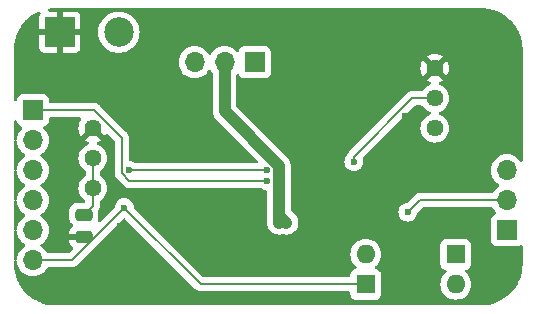
<source format=gbr>
%TF.GenerationSoftware,KiCad,Pcbnew,7.0.11+dfsg-1build4*%
%TF.CreationDate,2024-08-04T00:39:12+02:00*%
%TF.ProjectId,SmallESC,536d616c-6c45-4534-932e-6b696361645f,rev?*%
%TF.SameCoordinates,Original*%
%TF.FileFunction,Copper,L4,Bot*%
%TF.FilePolarity,Positive*%
%FSLAX46Y46*%
G04 Gerber Fmt 4.6, Leading zero omitted, Abs format (unit mm)*
G04 Created by KiCad (PCBNEW 7.0.11+dfsg-1build4) date 2024-08-04 00:39:12*
%MOMM*%
%LPD*%
G01*
G04 APERTURE LIST*
G04 Aperture macros list*
%AMRoundRect*
0 Rectangle with rounded corners*
0 $1 Rounding radius*
0 $2 $3 $4 $5 $6 $7 $8 $9 X,Y pos of 4 corners*
0 Add a 4 corners polygon primitive as box body*
4,1,4,$2,$3,$4,$5,$6,$7,$8,$9,$2,$3,0*
0 Add four circle primitives for the rounded corners*
1,1,$1+$1,$2,$3*
1,1,$1+$1,$4,$5*
1,1,$1+$1,$6,$7*
1,1,$1+$1,$8,$9*
0 Add four rect primitives between the rounded corners*
20,1,$1+$1,$2,$3,$4,$5,0*
20,1,$1+$1,$4,$5,$6,$7,0*
20,1,$1+$1,$6,$7,$8,$9,0*
20,1,$1+$1,$8,$9,$2,$3,0*%
G04 Aperture macros list end*
%TA.AperFunction,ComponentPad*%
%ADD10R,2.500000X2.500000*%
%TD*%
%TA.AperFunction,ComponentPad*%
%ADD11C,2.500000*%
%TD*%
%TA.AperFunction,ComponentPad*%
%ADD12R,1.600000X1.600000*%
%TD*%
%TA.AperFunction,ComponentPad*%
%ADD13O,1.600000X1.600000*%
%TD*%
%TA.AperFunction,ComponentPad*%
%ADD14C,1.440000*%
%TD*%
%TA.AperFunction,ComponentPad*%
%ADD15R,1.700000X1.700000*%
%TD*%
%TA.AperFunction,ComponentPad*%
%ADD16O,1.700000X1.700000*%
%TD*%
%TA.AperFunction,SMDPad,CuDef*%
%ADD17RoundRect,0.250000X-0.475000X0.250000X-0.475000X-0.250000X0.475000X-0.250000X0.475000X0.250000X0*%
%TD*%
%TA.AperFunction,ViaPad*%
%ADD18C,0.600000*%
%TD*%
%TA.AperFunction,Conductor*%
%ADD19C,0.200000*%
%TD*%
%TA.AperFunction,Conductor*%
%ADD20C,1.000000*%
%TD*%
G04 APERTURE END LIST*
D10*
%TO.P,J1,1,Pin_1*%
%TO.N,GND*%
X53086000Y-51816000D03*
D11*
%TO.P,J1,2,Pin_2*%
%TO.N,VDC*%
X58086000Y-51816000D03*
%TD*%
D12*
%TO.P,D2,1,K*%
%TO.N,Net-(D2-K)*%
X86614000Y-70612000D03*
D13*
%TO.P,D2,2,A*%
%TO.N,VDC*%
X78994000Y-70612000D03*
%TD*%
D14*
%TO.P,RV2,1,1*%
%TO.N,GND*%
X84836000Y-54864000D03*
%TO.P,RV2,2,2*%
%TO.N,Net-(U1-RCOFF)*%
X84836000Y-57404000D03*
%TO.P,RV2,3,3*%
X84836000Y-59944000D03*
%TD*%
D15*
%TO.P,J4,1,Pin_1*%
%TO.N,/H3*%
X90932000Y-68580000D03*
D16*
%TO.P,J4,2,Pin_2*%
%TO.N,/H2*%
X90932000Y-66040000D03*
%TO.P,J4,3,Pin_3*%
%TO.N,/H1*%
X90932000Y-63500000D03*
%TD*%
D14*
%TO.P,RV1,1,1*%
%TO.N,GND*%
X55880000Y-59944000D03*
%TO.P,RV1,2,2*%
%TO.N,Net-(U1-RCPULSE)*%
X55880000Y-62484000D03*
%TO.P,RV1,3,3*%
X55880000Y-65024000D03*
%TD*%
D15*
%TO.P,J2,1,Pin_1*%
%TO.N,/Motor1*%
X69581000Y-54356000D03*
D16*
%TO.P,J2,2,Pin_2*%
%TO.N,/Motor2*%
X67041000Y-54356000D03*
%TO.P,J2,3,Pin_3*%
%TO.N,/Motor3*%
X64501000Y-54356000D03*
%TD*%
D15*
%TO.P,J3,1,Pin_1*%
%TO.N,/DIAG*%
X50800000Y-58420000D03*
D16*
%TO.P,J3,2,Pin_2*%
%TO.N,/DIR*%
X50800000Y-60960000D03*
%TO.P,J3,3,Pin_3*%
%TO.N,/ENABLE*%
X50800000Y-63500000D03*
%TO.P,J3,4,Pin_4*%
%TO.N,/SPEED*%
X50800000Y-66040000D03*
%TO.P,J3,5,Pin_5*%
%TO.N,/BRAKE*%
X50800000Y-68580000D03*
%TO.P,J3,6,Pin_6*%
%TO.N,/VBOOT*%
X50800000Y-71120000D03*
%TD*%
D17*
%TO.P,C2,1*%
%TO.N,Net-(U1-RCPULSE)*%
X55118000Y-67249000D03*
%TO.P,C2,2*%
%TO.N,GND*%
X55118000Y-69149000D03*
%TD*%
D12*
%TO.P,D3,1,K*%
%TO.N,/VBOOT*%
X78994000Y-73152000D03*
D13*
%TO.P,D3,2,A*%
%TO.N,Net-(D2-K)*%
X86614000Y-73152000D03*
%TD*%
D18*
%TO.N,GND*%
X52832000Y-67818000D03*
X82423000Y-69723000D03*
X86868000Y-63754000D03*
X87757000Y-61468000D03*
X83185000Y-62103000D03*
X86487000Y-57404000D03*
X91821000Y-56134000D03*
X81661000Y-54737000D03*
X77216000Y-54483000D03*
X73406000Y-54356000D03*
X77851000Y-59309000D03*
X73279000Y-58293000D03*
X68453000Y-50165000D03*
X85344000Y-50165000D03*
X64008000Y-50165000D03*
X76327000Y-50165000D03*
X80518000Y-50165000D03*
X90959027Y-50939452D03*
X72644000Y-50165000D03*
X88773000Y-50165000D03*
X60198000Y-50292000D03*
X56007000Y-50292000D03*
X54229000Y-54102000D03*
X53086000Y-54102000D03*
X51816000Y-53975000D03*
X49657000Y-53213000D03*
X50423422Y-51035001D03*
X49530000Y-56515000D03*
X53975000Y-62230000D03*
X52959000Y-65532000D03*
X58166000Y-68199000D03*
X62992000Y-69088000D03*
X80772000Y-71247000D03*
X88646000Y-70104000D03*
X69723000Y-66040000D03*
X64262000Y-65913000D03*
X69596000Y-57404000D03*
X64262000Y-57531000D03*
X64389000Y-70866000D03*
X69342000Y-71882000D03*
X71628000Y-69469000D03*
X75692000Y-69723000D03*
X75438000Y-67310000D03*
X88138000Y-68072000D03*
X89535000Y-64643000D03*
X91948000Y-61595000D03*
X91821000Y-70485000D03*
X91047446Y-73686131D03*
X88646000Y-74549000D03*
X85217000Y-74549000D03*
X80391000Y-74549000D03*
X76200000Y-74549000D03*
X72517000Y-74549000D03*
X68326000Y-74549000D03*
X63881000Y-74549000D03*
X58801000Y-74549000D03*
X53975000Y-74549000D03*
X50270646Y-73512732D03*
X56515000Y-71120000D03*
X82296000Y-58928000D03*
X82296000Y-62865000D03*
X82296000Y-60960000D03*
%TO.N,/DIAG*%
X70612000Y-64389000D03*
%TO.N,/VBOOT*%
X58547000Y-66675000D03*
%TO.N,/H2*%
X82558000Y-67048000D03*
%TO.N,Net-(U1-RCOFF)*%
X77978000Y-62780000D03*
%TO.N,/Motor2*%
X72263000Y-67945000D03*
X71628000Y-67945000D03*
%TO.N,/SENSEA*%
X70612000Y-63500000D03*
X58928000Y-63500000D03*
%TD*%
D19*
%TO.N,Net-(U1-RCOFF)*%
X84836000Y-57404000D02*
X82931000Y-57404000D01*
X82931000Y-57404000D02*
X77978000Y-62357000D01*
X77978000Y-62357000D02*
X77978000Y-62780000D01*
%TO.N,Net-(U1-RCPULSE)*%
X55880000Y-65024000D02*
X55880000Y-62484000D01*
X55118000Y-67249000D02*
X55880000Y-66487000D01*
X55880000Y-66487000D02*
X55880000Y-65024000D01*
%TO.N,/DIAG*%
X58968471Y-64389000D02*
X70612000Y-64389000D01*
X58328000Y-63748529D02*
X58968471Y-64389000D01*
X58328000Y-60741000D02*
X58328000Y-63748529D01*
X56007000Y-58420000D02*
X58328000Y-60741000D01*
X50800000Y-58420000D02*
X56007000Y-58420000D01*
%TO.N,/VBOOT*%
X50800000Y-71120000D02*
X54102000Y-71120000D01*
X54102000Y-71120000D02*
X58547000Y-66675000D01*
X65024000Y-73152000D02*
X58547000Y-66675000D01*
X78994000Y-73152000D02*
X65024000Y-73152000D01*
%TO.N,/H2*%
X82558000Y-67048000D02*
X83566000Y-66040000D01*
X83566000Y-66040000D02*
X90932000Y-66040000D01*
D20*
%TO.N,/Motor2*%
X71628000Y-67437000D02*
X71628000Y-67945000D01*
X71628000Y-63101786D02*
X71628000Y-67437000D01*
X71628000Y-67437000D02*
X71755000Y-67437000D01*
X71755000Y-67437000D02*
X72263000Y-67945000D01*
X67041000Y-54356000D02*
X67041000Y-58514786D01*
X67041000Y-58514786D02*
X71628000Y-63101786D01*
D19*
%TO.N,/SENSEA*%
X58928000Y-63500000D02*
X70612000Y-63500000D01*
%TD*%
%TA.AperFunction,Conductor*%
%TO.N,GND*%
G36*
X88776532Y-49776648D02*
G01*
X89110429Y-49793052D01*
X89122537Y-49794245D01*
X89225646Y-49809539D01*
X89450199Y-49842849D01*
X89462117Y-49845219D01*
X89783451Y-49925709D01*
X89795088Y-49929240D01*
X89866306Y-49954722D01*
X90106967Y-50040832D01*
X90118188Y-50045479D01*
X90417663Y-50187120D01*
X90428371Y-50192844D01*
X90712488Y-50363137D01*
X90722606Y-50369897D01*
X90988670Y-50567224D01*
X90998076Y-50574944D01*
X91243513Y-50797395D01*
X91252104Y-50805986D01*
X91439255Y-51012475D01*
X91474555Y-51051423D01*
X91482275Y-51060829D01*
X91679602Y-51326893D01*
X91686362Y-51337011D01*
X91823612Y-51566000D01*
X91856648Y-51621116D01*
X91862383Y-51631844D01*
X91949482Y-51816000D01*
X92004014Y-51931297D01*
X92008670Y-51942540D01*
X92120259Y-52254411D01*
X92123792Y-52266055D01*
X92204277Y-52587369D01*
X92206651Y-52599305D01*
X92255254Y-52926962D01*
X92256447Y-52939071D01*
X92272851Y-53272966D01*
X92273000Y-53279051D01*
X92273000Y-62667343D01*
X92253315Y-62734382D01*
X92200511Y-62780137D01*
X92131353Y-62790081D01*
X92067797Y-62761056D01*
X92047425Y-62738466D01*
X91970494Y-62628597D01*
X91803402Y-62461506D01*
X91803395Y-62461501D01*
X91609834Y-62325967D01*
X91609830Y-62325965D01*
X91609828Y-62325964D01*
X91395663Y-62226097D01*
X91395659Y-62226096D01*
X91395655Y-62226094D01*
X91167413Y-62164938D01*
X91167403Y-62164936D01*
X90932001Y-62144341D01*
X90931999Y-62144341D01*
X90696596Y-62164936D01*
X90696586Y-62164938D01*
X90468344Y-62226094D01*
X90468335Y-62226098D01*
X90254171Y-62325964D01*
X90254169Y-62325965D01*
X90060597Y-62461505D01*
X89893505Y-62628597D01*
X89757965Y-62822169D01*
X89757964Y-62822171D01*
X89658098Y-63036335D01*
X89658094Y-63036344D01*
X89596938Y-63264586D01*
X89596936Y-63264596D01*
X89576341Y-63499999D01*
X89576341Y-63500000D01*
X89596936Y-63735403D01*
X89596938Y-63735413D01*
X89658094Y-63963655D01*
X89658096Y-63963659D01*
X89658097Y-63963663D01*
X89698995Y-64051368D01*
X89757965Y-64177830D01*
X89757967Y-64177834D01*
X89866281Y-64332521D01*
X89893501Y-64371396D01*
X89893506Y-64371402D01*
X90060597Y-64538493D01*
X90060603Y-64538498D01*
X90246158Y-64668425D01*
X90289783Y-64723002D01*
X90296977Y-64792500D01*
X90265454Y-64854855D01*
X90246158Y-64871575D01*
X90060597Y-65001505D01*
X89893506Y-65168596D01*
X89757965Y-65362170D01*
X89757962Y-65362175D01*
X89755289Y-65367909D01*
X89709115Y-65420346D01*
X89642909Y-65439500D01*
X83613487Y-65439500D01*
X83597302Y-65438439D01*
X83566000Y-65434318D01*
X83565999Y-65434318D01*
X83429549Y-65452281D01*
X83429549Y-65452282D01*
X83409238Y-65454956D01*
X83409237Y-65454956D01*
X83263157Y-65515464D01*
X83137718Y-65611716D01*
X83118489Y-65636775D01*
X83107798Y-65648965D01*
X82539465Y-66217298D01*
X82478142Y-66250783D01*
X82465668Y-66252837D01*
X82378750Y-66262630D01*
X82208478Y-66322210D01*
X82055737Y-66418184D01*
X81928184Y-66545737D01*
X81832211Y-66698476D01*
X81772631Y-66868745D01*
X81772630Y-66868750D01*
X81752435Y-67047996D01*
X81752435Y-67048003D01*
X81772630Y-67227249D01*
X81772631Y-67227254D01*
X81832211Y-67397523D01*
X81911830Y-67524235D01*
X81928184Y-67550262D01*
X82055738Y-67677816D01*
X82208478Y-67773789D01*
X82335786Y-67818336D01*
X82378745Y-67833368D01*
X82378750Y-67833369D01*
X82557996Y-67853565D01*
X82558000Y-67853565D01*
X82558004Y-67853565D01*
X82737249Y-67833369D01*
X82737252Y-67833368D01*
X82737255Y-67833368D01*
X82907522Y-67773789D01*
X83060262Y-67677816D01*
X83187816Y-67550262D01*
X83283789Y-67397522D01*
X83343368Y-67227255D01*
X83353161Y-67140329D01*
X83380226Y-67075918D01*
X83388690Y-67066543D01*
X83778416Y-66676819D01*
X83839739Y-66643334D01*
X83866097Y-66640500D01*
X89642909Y-66640500D01*
X89709948Y-66660185D01*
X89755292Y-66712097D01*
X89757965Y-66717830D01*
X89893501Y-66911396D01*
X89893506Y-66911402D01*
X90015430Y-67033326D01*
X90048915Y-67094649D01*
X90043931Y-67164341D01*
X90002059Y-67220274D01*
X89971083Y-67237189D01*
X89839669Y-67286203D01*
X89839664Y-67286206D01*
X89724455Y-67372452D01*
X89724452Y-67372455D01*
X89638206Y-67487664D01*
X89638202Y-67487671D01*
X89587908Y-67622517D01*
X89581501Y-67682116D01*
X89581500Y-67682135D01*
X89581500Y-69477870D01*
X89581501Y-69477876D01*
X89587908Y-69537483D01*
X89638202Y-69672328D01*
X89638206Y-69672335D01*
X89724452Y-69787544D01*
X89724455Y-69787547D01*
X89839664Y-69873793D01*
X89839671Y-69873797D01*
X89974517Y-69924091D01*
X89974516Y-69924091D01*
X89981444Y-69924835D01*
X90034127Y-69930500D01*
X91829872Y-69930499D01*
X91889483Y-69924091D01*
X92024331Y-69873796D01*
X92074689Y-69836097D01*
X92140152Y-69811680D01*
X92208425Y-69826531D01*
X92257831Y-69875935D01*
X92273000Y-69935364D01*
X92273000Y-71434948D01*
X92272851Y-71441033D01*
X92256447Y-71774928D01*
X92255254Y-71787037D01*
X92206651Y-72114694D01*
X92204277Y-72126630D01*
X92123792Y-72447944D01*
X92120259Y-72459588D01*
X92008670Y-72771459D01*
X92004014Y-72782702D01*
X91862385Y-73082151D01*
X91856648Y-73092883D01*
X91686362Y-73376988D01*
X91679602Y-73387106D01*
X91482275Y-73653170D01*
X91474555Y-73662576D01*
X91252111Y-73908006D01*
X91243506Y-73916611D01*
X90998076Y-74139055D01*
X90988670Y-74146775D01*
X90722606Y-74344102D01*
X90712488Y-74350862D01*
X90428383Y-74521148D01*
X90417651Y-74526885D01*
X90118202Y-74668514D01*
X90106959Y-74673170D01*
X89795088Y-74784759D01*
X89783444Y-74788292D01*
X89462130Y-74868777D01*
X89450194Y-74871151D01*
X89122537Y-74919754D01*
X89110428Y-74920947D01*
X88795489Y-74936419D01*
X88776531Y-74937351D01*
X88770449Y-74937500D01*
X52707551Y-74937500D01*
X52701468Y-74937351D01*
X52681400Y-74936365D01*
X52367571Y-74920947D01*
X52355462Y-74919754D01*
X52027805Y-74871151D01*
X52015869Y-74868777D01*
X51694555Y-74788292D01*
X51682911Y-74784759D01*
X51371040Y-74673170D01*
X51359801Y-74668515D01*
X51060344Y-74526883D01*
X51049621Y-74521150D01*
X50846998Y-74399703D01*
X50765511Y-74350862D01*
X50755393Y-74344102D01*
X50489329Y-74146775D01*
X50479923Y-74139055D01*
X50392129Y-74059483D01*
X50234486Y-73916604D01*
X50225895Y-73908013D01*
X50003444Y-73662576D01*
X49995724Y-73653170D01*
X49955169Y-73598488D01*
X49798395Y-73387103D01*
X49791637Y-73376988D01*
X49621344Y-73092871D01*
X49615620Y-73082163D01*
X49473979Y-72782688D01*
X49469329Y-72771459D01*
X49445732Y-72705511D01*
X49371937Y-72499266D01*
X49357740Y-72459588D01*
X49354207Y-72447944D01*
X49340671Y-72393905D01*
X49273719Y-72126617D01*
X49271348Y-72114694D01*
X49253059Y-71991402D01*
X49233258Y-71857908D01*
X49222745Y-71787037D01*
X49221552Y-71774927D01*
X49205149Y-71441032D01*
X49205000Y-71434948D01*
X49205000Y-71224383D01*
X49224685Y-71157344D01*
X49269402Y-71118596D01*
X49239938Y-71101895D01*
X49207431Y-71040048D01*
X49205000Y-71015616D01*
X49205000Y-68684383D01*
X49224685Y-68617344D01*
X49269402Y-68578596D01*
X49239938Y-68561895D01*
X49207431Y-68500048D01*
X49205000Y-68475616D01*
X49205000Y-66144383D01*
X49224685Y-66077344D01*
X49269402Y-66038596D01*
X49239938Y-66021895D01*
X49207431Y-65960048D01*
X49205000Y-65935616D01*
X49205000Y-63604383D01*
X49224685Y-63537344D01*
X49269402Y-63498596D01*
X49239938Y-63481895D01*
X49207431Y-63420048D01*
X49205000Y-63395616D01*
X49205000Y-61064383D01*
X49224685Y-60997344D01*
X49269402Y-60958596D01*
X49239938Y-60941895D01*
X49207431Y-60880048D01*
X49205000Y-60855616D01*
X49205000Y-59357071D01*
X49224685Y-59290032D01*
X49277489Y-59244277D01*
X49346647Y-59234333D01*
X49410203Y-59263358D01*
X49447977Y-59322136D01*
X49452290Y-59343818D01*
X49455908Y-59377483D01*
X49506202Y-59512328D01*
X49506206Y-59512335D01*
X49592452Y-59627544D01*
X49592455Y-59627547D01*
X49707664Y-59713793D01*
X49707671Y-59713797D01*
X49839081Y-59762810D01*
X49895015Y-59804681D01*
X49919432Y-59870145D01*
X49904580Y-59938418D01*
X49883430Y-59966673D01*
X49761503Y-60088600D01*
X49625965Y-60282169D01*
X49625964Y-60282171D01*
X49526098Y-60496335D01*
X49526094Y-60496344D01*
X49464938Y-60724586D01*
X49464936Y-60724596D01*
X49452528Y-60866424D01*
X49427075Y-60931492D01*
X49387370Y-60960242D01*
X49410203Y-60970670D01*
X49447977Y-61029448D01*
X49452528Y-61053575D01*
X49464936Y-61195403D01*
X49464938Y-61195413D01*
X49526094Y-61423655D01*
X49526096Y-61423659D01*
X49526097Y-61423663D01*
X49582897Y-61545471D01*
X49625965Y-61637830D01*
X49625967Y-61637834D01*
X49761501Y-61831395D01*
X49761506Y-61831402D01*
X49928597Y-61998493D01*
X49928603Y-61998498D01*
X50114158Y-62128425D01*
X50157783Y-62183002D01*
X50164977Y-62252500D01*
X50133454Y-62314855D01*
X50114158Y-62331575D01*
X49928597Y-62461505D01*
X49761505Y-62628597D01*
X49625965Y-62822169D01*
X49625964Y-62822171D01*
X49526098Y-63036335D01*
X49526094Y-63036344D01*
X49464938Y-63264586D01*
X49464936Y-63264596D01*
X49452528Y-63406424D01*
X49427075Y-63471492D01*
X49387370Y-63500242D01*
X49410203Y-63510670D01*
X49447977Y-63569448D01*
X49452528Y-63593575D01*
X49464936Y-63735403D01*
X49464938Y-63735413D01*
X49526094Y-63963655D01*
X49526096Y-63963659D01*
X49526097Y-63963663D01*
X49566995Y-64051368D01*
X49625965Y-64177830D01*
X49625967Y-64177834D01*
X49734281Y-64332521D01*
X49761501Y-64371396D01*
X49761506Y-64371402D01*
X49928597Y-64538493D01*
X49928603Y-64538498D01*
X50114158Y-64668425D01*
X50157783Y-64723002D01*
X50164977Y-64792500D01*
X50133454Y-64854855D01*
X50114158Y-64871575D01*
X49928597Y-65001505D01*
X49761505Y-65168597D01*
X49625965Y-65362169D01*
X49625964Y-65362171D01*
X49526098Y-65576335D01*
X49526094Y-65576344D01*
X49464938Y-65804586D01*
X49464936Y-65804596D01*
X49452528Y-65946424D01*
X49427075Y-66011492D01*
X49387370Y-66040242D01*
X49410203Y-66050670D01*
X49447977Y-66109448D01*
X49452528Y-66133575D01*
X49464936Y-66275403D01*
X49464938Y-66275413D01*
X49526094Y-66503655D01*
X49526096Y-66503659D01*
X49526097Y-66503663D01*
X49591428Y-66643765D01*
X49625965Y-66717830D01*
X49625967Y-66717834D01*
X49724851Y-66859054D01*
X49761501Y-66911396D01*
X49761506Y-66911402D01*
X49928597Y-67078493D01*
X49928603Y-67078498D01*
X50114158Y-67208425D01*
X50157783Y-67263002D01*
X50164977Y-67332500D01*
X50133454Y-67394855D01*
X50114158Y-67411575D01*
X49928597Y-67541505D01*
X49761505Y-67708597D01*
X49625965Y-67902169D01*
X49625964Y-67902171D01*
X49526098Y-68116335D01*
X49526094Y-68116344D01*
X49464938Y-68344586D01*
X49464936Y-68344596D01*
X49452528Y-68486424D01*
X49427075Y-68551492D01*
X49387370Y-68580242D01*
X49410203Y-68590670D01*
X49447977Y-68649448D01*
X49452528Y-68673575D01*
X49464936Y-68815403D01*
X49464938Y-68815413D01*
X49526094Y-69043655D01*
X49526096Y-69043659D01*
X49526097Y-69043663D01*
X49557348Y-69110681D01*
X49625965Y-69257830D01*
X49625967Y-69257834D01*
X49761501Y-69451395D01*
X49761506Y-69451402D01*
X49928597Y-69618493D01*
X49928603Y-69618498D01*
X50114158Y-69748425D01*
X50157783Y-69803002D01*
X50164977Y-69872500D01*
X50133454Y-69934855D01*
X50114158Y-69951575D01*
X49928597Y-70081505D01*
X49761505Y-70248597D01*
X49625965Y-70442169D01*
X49625964Y-70442171D01*
X49526098Y-70656335D01*
X49526094Y-70656344D01*
X49464938Y-70884586D01*
X49464936Y-70884596D01*
X49452528Y-71026424D01*
X49427075Y-71091492D01*
X49387370Y-71120242D01*
X49410203Y-71130670D01*
X49447977Y-71189448D01*
X49452528Y-71213575D01*
X49464936Y-71355403D01*
X49464938Y-71355413D01*
X49526094Y-71583655D01*
X49526096Y-71583659D01*
X49526097Y-71583663D01*
X49590400Y-71721561D01*
X49625965Y-71797830D01*
X49625967Y-71797834D01*
X49701769Y-71906089D01*
X49761505Y-71991401D01*
X49928599Y-72158495D01*
X50025384Y-72226265D01*
X50122165Y-72294032D01*
X50122167Y-72294033D01*
X50122170Y-72294035D01*
X50336337Y-72393903D01*
X50564592Y-72455063D01*
X50752918Y-72471539D01*
X50799999Y-72475659D01*
X50800000Y-72475659D01*
X50800001Y-72475659D01*
X50839234Y-72472226D01*
X51035408Y-72455063D01*
X51263663Y-72393903D01*
X51477830Y-72294035D01*
X51671401Y-72158495D01*
X51838495Y-71991401D01*
X51974035Y-71797830D01*
X51976707Y-71792097D01*
X52022878Y-71739658D01*
X52089091Y-71720500D01*
X54054513Y-71720500D01*
X54070697Y-71721560D01*
X54102000Y-71725682D01*
X54102001Y-71725682D01*
X54154254Y-71718802D01*
X54258762Y-71705044D01*
X54341132Y-71670925D01*
X54404840Y-71644537D01*
X54404843Y-71644535D01*
X54417922Y-71634498D01*
X54417925Y-71634496D01*
X54530282Y-71548282D01*
X54549510Y-71523222D01*
X54560189Y-71511044D01*
X58459322Y-67611912D01*
X58520641Y-67578430D01*
X58590333Y-67583414D01*
X58634680Y-67611915D01*
X64565799Y-73543034D01*
X64576493Y-73555228D01*
X64595715Y-73580279D01*
X64595716Y-73580280D01*
X64595718Y-73580282D01*
X64697079Y-73658059D01*
X64721159Y-73676536D01*
X64867238Y-73737044D01*
X64945619Y-73747363D01*
X65023999Y-73757682D01*
X65024000Y-73757682D01*
X65055302Y-73753560D01*
X65071487Y-73752500D01*
X77569501Y-73752500D01*
X77636540Y-73772185D01*
X77682295Y-73824989D01*
X77693501Y-73876500D01*
X77693501Y-73999876D01*
X77699908Y-74059483D01*
X77750202Y-74194328D01*
X77750206Y-74194335D01*
X77836452Y-74309544D01*
X77836455Y-74309547D01*
X77951664Y-74395793D01*
X77951671Y-74395797D01*
X78086517Y-74446091D01*
X78086516Y-74446091D01*
X78093444Y-74446835D01*
X78146127Y-74452500D01*
X79841872Y-74452499D01*
X79901483Y-74446091D01*
X80036331Y-74395796D01*
X80151546Y-74309546D01*
X80237796Y-74194331D01*
X80288091Y-74059483D01*
X80294500Y-73999873D01*
X80294500Y-73152001D01*
X85308532Y-73152001D01*
X85328364Y-73378686D01*
X85328366Y-73378697D01*
X85387258Y-73598488D01*
X85387261Y-73598497D01*
X85483431Y-73804732D01*
X85483432Y-73804734D01*
X85613954Y-73991141D01*
X85774858Y-74152045D01*
X85774861Y-74152047D01*
X85961266Y-74282568D01*
X86167504Y-74378739D01*
X86387308Y-74437635D01*
X86549230Y-74451801D01*
X86613998Y-74457468D01*
X86614000Y-74457468D01*
X86614002Y-74457468D01*
X86670807Y-74452498D01*
X86840692Y-74437635D01*
X87060496Y-74378739D01*
X87266734Y-74282568D01*
X87453139Y-74152047D01*
X87614047Y-73991139D01*
X87744568Y-73804734D01*
X87840739Y-73598496D01*
X87899635Y-73378692D01*
X87919468Y-73152000D01*
X87899635Y-72925308D01*
X87840739Y-72705504D01*
X87744568Y-72499266D01*
X87614047Y-72312861D01*
X87614045Y-72312858D01*
X87453143Y-72151956D01*
X87428536Y-72134726D01*
X87384912Y-72080149D01*
X87377719Y-72010650D01*
X87409241Y-71948296D01*
X87469471Y-71912882D01*
X87486404Y-71909861D01*
X87521483Y-71906091D01*
X87656331Y-71855796D01*
X87771546Y-71769546D01*
X87857796Y-71654331D01*
X87908091Y-71519483D01*
X87914500Y-71459873D01*
X87914499Y-69764128D01*
X87908091Y-69704517D01*
X87896086Y-69672331D01*
X87857797Y-69569671D01*
X87857793Y-69569664D01*
X87771547Y-69454455D01*
X87771544Y-69454452D01*
X87656335Y-69368206D01*
X87656328Y-69368202D01*
X87521482Y-69317908D01*
X87521483Y-69317908D01*
X87461883Y-69311501D01*
X87461881Y-69311500D01*
X87461873Y-69311500D01*
X87461864Y-69311500D01*
X85766129Y-69311500D01*
X85766123Y-69311501D01*
X85706516Y-69317908D01*
X85571671Y-69368202D01*
X85571664Y-69368206D01*
X85456455Y-69454452D01*
X85456452Y-69454455D01*
X85370206Y-69569664D01*
X85370202Y-69569671D01*
X85319908Y-69704517D01*
X85315188Y-69748425D01*
X85313501Y-69764123D01*
X85313500Y-69764135D01*
X85313500Y-71459870D01*
X85313501Y-71459876D01*
X85319908Y-71519483D01*
X85370202Y-71654328D01*
X85370206Y-71654335D01*
X85456452Y-71769544D01*
X85456455Y-71769547D01*
X85571664Y-71855793D01*
X85571671Y-71855797D01*
X85577334Y-71857909D01*
X85706517Y-71906091D01*
X85741596Y-71909862D01*
X85806144Y-71936599D01*
X85845993Y-71993991D01*
X85848488Y-72063816D01*
X85812836Y-72123905D01*
X85799464Y-72134725D01*
X85774858Y-72151954D01*
X85613954Y-72312858D01*
X85483432Y-72499265D01*
X85483431Y-72499267D01*
X85387261Y-72705502D01*
X85387258Y-72705511D01*
X85328366Y-72925302D01*
X85328364Y-72925313D01*
X85308532Y-73151998D01*
X85308532Y-73152001D01*
X80294500Y-73152001D01*
X80294499Y-72304128D01*
X80288091Y-72244517D01*
X80253567Y-72151954D01*
X80237797Y-72109671D01*
X80237793Y-72109664D01*
X80151547Y-71994455D01*
X80151544Y-71994452D01*
X80036335Y-71908206D01*
X80036328Y-71908202D01*
X79901482Y-71857908D01*
X79901483Y-71857908D01*
X79866404Y-71854137D01*
X79801853Y-71827399D01*
X79762005Y-71770006D01*
X79759512Y-71700181D01*
X79795165Y-71640092D01*
X79808539Y-71629272D01*
X79833140Y-71612046D01*
X79994045Y-71451141D01*
X79994047Y-71451139D01*
X80124568Y-71264734D01*
X80220739Y-71058496D01*
X80279635Y-70838692D01*
X80299468Y-70612000D01*
X80279635Y-70385308D01*
X80220739Y-70165504D01*
X80124568Y-69959266D01*
X80004330Y-69787547D01*
X79994045Y-69772858D01*
X79833141Y-69611954D01*
X79646734Y-69481432D01*
X79646732Y-69481431D01*
X79440497Y-69385261D01*
X79440488Y-69385258D01*
X79220697Y-69326366D01*
X79220693Y-69326365D01*
X79220692Y-69326365D01*
X79220691Y-69326364D01*
X79220686Y-69326364D01*
X78994002Y-69306532D01*
X78993998Y-69306532D01*
X78767313Y-69326364D01*
X78767302Y-69326366D01*
X78547511Y-69385258D01*
X78547502Y-69385261D01*
X78341267Y-69481431D01*
X78341265Y-69481432D01*
X78154858Y-69611954D01*
X77993954Y-69772858D01*
X77863432Y-69959265D01*
X77863431Y-69959267D01*
X77767261Y-70165502D01*
X77767258Y-70165511D01*
X77708366Y-70385302D01*
X77708364Y-70385313D01*
X77688532Y-70611998D01*
X77688532Y-70612001D01*
X77708364Y-70838686D01*
X77708366Y-70838697D01*
X77767258Y-71058488D01*
X77767261Y-71058497D01*
X77863431Y-71264732D01*
X77863432Y-71264734D01*
X77993954Y-71451141D01*
X78154858Y-71612045D01*
X78179462Y-71629273D01*
X78223087Y-71683849D01*
X78230281Y-71753348D01*
X78198758Y-71815703D01*
X78138529Y-71851117D01*
X78121593Y-71854138D01*
X78086516Y-71857908D01*
X77951671Y-71908202D01*
X77951664Y-71908206D01*
X77836455Y-71994452D01*
X77836452Y-71994455D01*
X77750206Y-72109664D01*
X77750202Y-72109671D01*
X77699908Y-72244517D01*
X77694585Y-72294032D01*
X77693501Y-72304123D01*
X77693500Y-72304135D01*
X77693500Y-72427500D01*
X77673815Y-72494539D01*
X77621011Y-72540294D01*
X77569500Y-72551500D01*
X65324097Y-72551500D01*
X65257058Y-72531815D01*
X65236416Y-72515181D01*
X59377700Y-66656465D01*
X59344215Y-66595142D01*
X59342163Y-66582686D01*
X59332368Y-66495745D01*
X59272789Y-66325478D01*
X59176816Y-66172738D01*
X59049262Y-66045184D01*
X58995642Y-66011492D01*
X58896523Y-65949211D01*
X58726254Y-65889631D01*
X58726249Y-65889630D01*
X58547004Y-65869435D01*
X58546996Y-65869435D01*
X58367750Y-65889630D01*
X58367745Y-65889631D01*
X58197476Y-65949211D01*
X58044737Y-66045184D01*
X57917184Y-66172737D01*
X57821210Y-66325478D01*
X57761630Y-66495750D01*
X57751837Y-66582668D01*
X57724770Y-66647082D01*
X57716298Y-66656465D01*
X56510684Y-67862079D01*
X56449361Y-67895564D01*
X56379669Y-67890580D01*
X56323736Y-67848708D01*
X56299319Y-67783244D01*
X56305296Y-67735397D01*
X56332999Y-67651797D01*
X56343500Y-67549009D01*
X56343499Y-66948992D01*
X56341328Y-66927744D01*
X56354096Y-66859054D01*
X56366309Y-66839658D01*
X56404536Y-66789841D01*
X56465044Y-66643762D01*
X56480500Y-66526361D01*
X56485682Y-66487000D01*
X56481561Y-66455697D01*
X56480500Y-66439512D01*
X56480500Y-66158031D01*
X56500185Y-66090992D01*
X56533377Y-66056456D01*
X56597592Y-66011492D01*
X56667519Y-65962529D01*
X56818529Y-65811519D01*
X56941021Y-65636581D01*
X57031276Y-65443030D01*
X57086549Y-65236747D01*
X57105162Y-65024000D01*
X57104708Y-65018816D01*
X57099844Y-64963215D01*
X57086549Y-64811253D01*
X57031276Y-64604970D01*
X56941021Y-64411419D01*
X56818529Y-64236481D01*
X56818527Y-64236478D01*
X56667521Y-64085472D01*
X56533377Y-63991544D01*
X56489752Y-63936967D01*
X56480500Y-63889969D01*
X56480500Y-63618031D01*
X56500185Y-63550992D01*
X56533377Y-63516456D01*
X56597592Y-63471492D01*
X56667519Y-63422529D01*
X56818529Y-63271519D01*
X56941021Y-63096581D01*
X57031276Y-62903030D01*
X57086549Y-62696747D01*
X57105162Y-62484000D01*
X57086549Y-62271253D01*
X57031276Y-62064970D01*
X56941021Y-61871419D01*
X56818529Y-61696481D01*
X56818527Y-61696478D01*
X56667521Y-61545472D01*
X56492578Y-61422977D01*
X56492579Y-61422977D01*
X56363547Y-61362809D01*
X56299030Y-61332724D01*
X56299023Y-61332722D01*
X56293936Y-61330870D01*
X56294606Y-61329028D01*
X56242293Y-61297114D01*
X56211789Y-61234255D01*
X56220111Y-61164883D01*
X56264617Y-61111022D01*
X56294097Y-61097574D01*
X56293764Y-61096658D01*
X56298864Y-61094801D01*
X56492325Y-61004589D01*
X56548030Y-60965583D01*
X55924401Y-60341953D01*
X56005148Y-60329165D01*
X56118045Y-60271641D01*
X56207641Y-60182045D01*
X56265165Y-60069148D01*
X56277953Y-59988399D01*
X56901583Y-60612029D01*
X56940586Y-60556329D01*
X56978165Y-60475741D01*
X57024337Y-60423302D01*
X57091531Y-60404149D01*
X57158412Y-60424364D01*
X57178229Y-60440464D01*
X57691181Y-60953416D01*
X57724666Y-61014739D01*
X57727500Y-61041097D01*
X57727500Y-63701041D01*
X57726438Y-63717226D01*
X57722318Y-63748529D01*
X57740513Y-63886738D01*
X57742956Y-63905291D01*
X57767134Y-63963663D01*
X57803464Y-64051370D01*
X57899718Y-64176811D01*
X57899719Y-64176812D01*
X57924769Y-64196033D01*
X57936964Y-64206728D01*
X58510270Y-64780034D01*
X58520964Y-64792228D01*
X58540186Y-64817279D01*
X58540187Y-64817280D01*
X58540189Y-64817282D01*
X58590203Y-64855659D01*
X58665628Y-64913535D01*
X58665629Y-64913535D01*
X58665630Y-64913536D01*
X58811709Y-64974044D01*
X58890090Y-64984363D01*
X58968470Y-64994682D01*
X58968471Y-64994682D01*
X58999773Y-64990560D01*
X59015958Y-64989500D01*
X70029588Y-64989500D01*
X70096627Y-65009185D01*
X70106903Y-65016555D01*
X70109736Y-65018814D01*
X70109738Y-65018816D01*
X70262478Y-65114789D01*
X70416258Y-65168599D01*
X70432745Y-65174368D01*
X70432750Y-65174369D01*
X70489815Y-65180798D01*
X70517382Y-65183904D01*
X70581796Y-65210970D01*
X70621352Y-65268564D01*
X70627500Y-65307124D01*
X70627500Y-67408499D01*
X70627341Y-67414779D01*
X70623631Y-67487935D01*
X70623631Y-67487936D01*
X70626070Y-67503857D01*
X70627500Y-67522633D01*
X70627500Y-67995743D01*
X70642925Y-68147439D01*
X70703837Y-68341579D01*
X70703844Y-68341594D01*
X70802589Y-68519499D01*
X70802592Y-68519504D01*
X70935132Y-68673893D01*
X70935134Y-68673895D01*
X71096037Y-68798445D01*
X71096038Y-68798445D01*
X71096042Y-68798448D01*
X71278729Y-68888060D01*
X71475715Y-68939063D01*
X71678936Y-68949369D01*
X71880071Y-68918556D01*
X71906661Y-68908707D01*
X71976361Y-68903883D01*
X71983833Y-68905771D01*
X72085582Y-68934886D01*
X72288476Y-68950336D01*
X72490327Y-68924630D01*
X72682872Y-68858816D01*
X72858227Y-68755590D01*
X73009213Y-68619179D01*
X73129649Y-68455167D01*
X73214605Y-68270268D01*
X73219425Y-68249500D01*
X73260602Y-68072053D01*
X73262535Y-67995743D01*
X73265756Y-67868636D01*
X73241875Y-67735394D01*
X73229859Y-67668350D01*
X73229857Y-67668345D01*
X73223247Y-67651797D01*
X73154377Y-67479383D01*
X73154372Y-67479376D01*
X73154370Y-67479371D01*
X73042403Y-67309482D01*
X73042400Y-67309478D01*
X72664819Y-66931897D01*
X72631334Y-66870574D01*
X72628500Y-66844216D01*
X72628500Y-63116063D01*
X72628540Y-63112921D01*
X72630757Y-63025427D01*
X72630756Y-63025426D01*
X72630757Y-63025423D01*
X72620350Y-62967360D01*
X72619041Y-62958028D01*
X72618853Y-62956182D01*
X72613074Y-62899348D01*
X72603962Y-62870310D01*
X72600225Y-62855081D01*
X72594858Y-62825134D01*
X72576831Y-62780003D01*
X77172435Y-62780003D01*
X77192630Y-62959249D01*
X77192631Y-62959254D01*
X77252211Y-63129523D01*
X77337077Y-63264586D01*
X77348184Y-63282262D01*
X77475738Y-63409816D01*
X77628478Y-63505789D01*
X77658963Y-63516456D01*
X77798745Y-63565368D01*
X77798750Y-63565369D01*
X77977996Y-63585565D01*
X77978000Y-63585565D01*
X77978004Y-63585565D01*
X78157249Y-63565369D01*
X78157252Y-63565368D01*
X78157255Y-63565368D01*
X78327522Y-63505789D01*
X78480262Y-63409816D01*
X78607816Y-63282262D01*
X78703789Y-63129522D01*
X78763368Y-62959255D01*
X78763369Y-62959249D01*
X78783565Y-62780003D01*
X78783565Y-62779996D01*
X78763369Y-62600753D01*
X78763368Y-62600746D01*
X78763368Y-62600745D01*
X78742473Y-62541033D01*
X78738911Y-62471257D01*
X78771832Y-62412401D01*
X83143416Y-58040819D01*
X83204739Y-58007334D01*
X83231097Y-58004500D01*
X83701969Y-58004500D01*
X83769008Y-58024185D01*
X83803544Y-58057377D01*
X83897472Y-58191521D01*
X84048478Y-58342527D01*
X84048481Y-58342529D01*
X84223419Y-58465021D01*
X84223421Y-58465022D01*
X84223420Y-58465022D01*
X84287936Y-58495106D01*
X84416970Y-58555276D01*
X84416983Y-58555279D01*
X84422064Y-58557130D01*
X84421292Y-58559250D01*
X84472710Y-58590594D01*
X84503237Y-58653442D01*
X84494939Y-58722817D01*
X84450452Y-58776693D01*
X84421685Y-58789830D01*
X84422064Y-58790870D01*
X84416972Y-58792723D01*
X84416970Y-58792724D01*
X84416968Y-58792725D01*
X84223421Y-58882977D01*
X84048478Y-59005472D01*
X83897472Y-59156478D01*
X83774977Y-59331421D01*
X83684725Y-59524968D01*
X83684721Y-59524977D01*
X83629452Y-59731247D01*
X83629450Y-59731258D01*
X83610838Y-59943998D01*
X83610838Y-59944001D01*
X83629450Y-60156741D01*
X83629452Y-60156752D01*
X83684721Y-60363022D01*
X83684723Y-60363026D01*
X83684724Y-60363030D01*
X83719759Y-60438163D01*
X83774977Y-60556578D01*
X83774978Y-60556580D01*
X83774979Y-60556581D01*
X83794345Y-60584239D01*
X83897472Y-60731521D01*
X84048478Y-60882527D01*
X84048481Y-60882529D01*
X84223419Y-61005021D01*
X84223421Y-61005022D01*
X84223420Y-61005022D01*
X84275802Y-61029448D01*
X84416970Y-61095276D01*
X84416976Y-61095277D01*
X84416977Y-61095278D01*
X84425546Y-61097574D01*
X84623253Y-61150549D01*
X84775215Y-61163844D01*
X84835998Y-61169162D01*
X84836000Y-61169162D01*
X84836002Y-61169162D01*
X84889186Y-61164508D01*
X85048747Y-61150549D01*
X85255030Y-61095276D01*
X85448581Y-61005021D01*
X85623519Y-60882529D01*
X85774529Y-60731519D01*
X85897021Y-60556581D01*
X85987276Y-60363030D01*
X86042549Y-60156747D01*
X86061162Y-59944000D01*
X86042549Y-59731253D01*
X85987276Y-59524970D01*
X85897021Y-59331419D01*
X85774529Y-59156481D01*
X85774527Y-59156478D01*
X85623521Y-59005472D01*
X85448578Y-58882977D01*
X85448579Y-58882977D01*
X85319547Y-58822809D01*
X85255030Y-58792724D01*
X85255023Y-58792722D01*
X85249936Y-58790870D01*
X85250709Y-58788746D01*
X85199305Y-58757424D01*
X85168766Y-58694581D01*
X85177050Y-58625204D01*
X85221528Y-58571320D01*
X85250315Y-58558172D01*
X85249936Y-58557130D01*
X85255013Y-58555280D01*
X85255030Y-58555276D01*
X85448581Y-58465021D01*
X85623519Y-58342529D01*
X85774529Y-58191519D01*
X85897021Y-58016581D01*
X85987276Y-57823030D01*
X86042549Y-57616747D01*
X86061162Y-57404000D01*
X86042549Y-57191253D01*
X85987276Y-56984970D01*
X85897021Y-56791419D01*
X85774529Y-56616481D01*
X85774527Y-56616478D01*
X85623521Y-56465472D01*
X85448578Y-56342977D01*
X85448579Y-56342977D01*
X85319547Y-56282809D01*
X85255030Y-56252724D01*
X85255023Y-56252722D01*
X85249936Y-56250870D01*
X85250606Y-56249028D01*
X85198293Y-56217114D01*
X85167789Y-56154255D01*
X85176111Y-56084883D01*
X85220617Y-56031022D01*
X85250097Y-56017574D01*
X85249764Y-56016658D01*
X85254864Y-56014801D01*
X85448325Y-55924589D01*
X85504030Y-55885583D01*
X84880401Y-55261953D01*
X84961148Y-55249165D01*
X85074045Y-55191641D01*
X85163641Y-55102045D01*
X85221165Y-54989148D01*
X85233953Y-54908400D01*
X85857583Y-55532029D01*
X85896589Y-55476325D01*
X85986801Y-55282864D01*
X85986805Y-55282853D01*
X86042054Y-55076662D01*
X86042055Y-55076654D01*
X86060660Y-54864002D01*
X86060660Y-54863997D01*
X86042055Y-54651345D01*
X86042054Y-54651337D01*
X85986805Y-54445146D01*
X85986802Y-54445140D01*
X85896586Y-54251669D01*
X85896582Y-54251663D01*
X85857584Y-54195968D01*
X85233953Y-54819599D01*
X85221165Y-54738852D01*
X85163641Y-54625955D01*
X85074045Y-54536359D01*
X84961148Y-54478835D01*
X84880400Y-54466046D01*
X85504030Y-53842415D01*
X85448329Y-53803413D01*
X85254859Y-53713197D01*
X85254853Y-53713194D01*
X85048662Y-53657945D01*
X85048654Y-53657944D01*
X84836002Y-53639340D01*
X84835998Y-53639340D01*
X84623345Y-53657944D01*
X84623337Y-53657945D01*
X84417146Y-53713194D01*
X84417140Y-53713197D01*
X84223671Y-53803412D01*
X84223669Y-53803413D01*
X84167969Y-53842415D01*
X84167968Y-53842415D01*
X84791600Y-54466046D01*
X84710852Y-54478835D01*
X84597955Y-54536359D01*
X84508359Y-54625955D01*
X84450835Y-54738852D01*
X84438046Y-54819599D01*
X83814415Y-54195968D01*
X83814415Y-54195969D01*
X83775413Y-54251669D01*
X83775412Y-54251671D01*
X83685197Y-54445140D01*
X83685194Y-54445146D01*
X83629945Y-54651337D01*
X83629944Y-54651345D01*
X83611340Y-54863997D01*
X83611340Y-54864002D01*
X83629944Y-55076654D01*
X83629945Y-55076662D01*
X83685194Y-55282853D01*
X83685197Y-55282859D01*
X83775413Y-55476329D01*
X83814415Y-55532030D01*
X84438046Y-54908399D01*
X84450835Y-54989148D01*
X84508359Y-55102045D01*
X84597955Y-55191641D01*
X84710852Y-55249165D01*
X84791599Y-55261953D01*
X84167968Y-55885584D01*
X84223663Y-55924582D01*
X84223669Y-55924586D01*
X84417140Y-56014802D01*
X84422236Y-56016658D01*
X84421542Y-56018563D01*
X84473647Y-56050302D01*
X84504196Y-56113139D01*
X84495922Y-56182518D01*
X84451454Y-56236409D01*
X84421744Y-56249991D01*
X84422064Y-56250870D01*
X84416972Y-56252723D01*
X84416970Y-56252724D01*
X84416968Y-56252725D01*
X84223421Y-56342977D01*
X84048478Y-56465472D01*
X83897472Y-56616478D01*
X83803544Y-56750623D01*
X83748967Y-56794248D01*
X83701969Y-56803500D01*
X82978487Y-56803500D01*
X82962302Y-56802439D01*
X82931000Y-56798318D01*
X82891639Y-56803500D01*
X82774239Y-56818955D01*
X82774237Y-56818956D01*
X82628157Y-56879464D01*
X82502718Y-56975716D01*
X82483489Y-57000775D01*
X82472798Y-57012965D01*
X77586965Y-61898798D01*
X77574775Y-61909489D01*
X77549720Y-61928715D01*
X77549718Y-61928718D01*
X77471027Y-62031270D01*
X77471026Y-62031270D01*
X77453464Y-62054157D01*
X77392956Y-62200237D01*
X77390853Y-62208088D01*
X77388507Y-62207459D01*
X77365213Y-62260101D01*
X77358233Y-62267688D01*
X77348186Y-62277734D01*
X77348184Y-62277738D01*
X77252211Y-62430476D01*
X77192631Y-62600745D01*
X77192630Y-62600750D01*
X77172435Y-62779996D01*
X77172435Y-62780003D01*
X72576831Y-62780003D01*
X72572972Y-62770342D01*
X72569824Y-62761500D01*
X72552159Y-62705198D01*
X72537398Y-62678603D01*
X72530663Y-62664421D01*
X72519379Y-62636170D01*
X72519377Y-62636166D01*
X72486915Y-62586913D01*
X72482040Y-62578868D01*
X72453409Y-62527284D01*
X72433590Y-62504198D01*
X72424145Y-62491670D01*
X72407404Y-62466270D01*
X72365699Y-62424565D01*
X72359306Y-62417668D01*
X72320866Y-62372891D01*
X72296800Y-62354262D01*
X72285022Y-62343888D01*
X68077819Y-58136685D01*
X68044334Y-58075362D01*
X68041500Y-58049004D01*
X68041500Y-55476859D01*
X68061185Y-55409820D01*
X68113989Y-55364065D01*
X68183147Y-55354121D01*
X68246703Y-55383146D01*
X68281681Y-55433525D01*
X68284921Y-55442211D01*
X68287204Y-55448332D01*
X68287206Y-55448335D01*
X68373452Y-55563544D01*
X68373455Y-55563547D01*
X68488664Y-55649793D01*
X68488671Y-55649797D01*
X68623517Y-55700091D01*
X68623516Y-55700091D01*
X68630444Y-55700835D01*
X68683127Y-55706500D01*
X70478872Y-55706499D01*
X70538483Y-55700091D01*
X70673331Y-55649796D01*
X70788546Y-55563546D01*
X70874796Y-55448331D01*
X70925091Y-55313483D01*
X70931500Y-55253873D01*
X70931499Y-53458128D01*
X70925091Y-53398517D01*
X70923810Y-53395083D01*
X70874797Y-53263671D01*
X70874793Y-53263664D01*
X70788547Y-53148455D01*
X70788544Y-53148452D01*
X70673335Y-53062206D01*
X70673328Y-53062202D01*
X70538482Y-53011908D01*
X70538483Y-53011908D01*
X70478883Y-53005501D01*
X70478881Y-53005500D01*
X70478873Y-53005500D01*
X70478864Y-53005500D01*
X68683129Y-53005500D01*
X68683123Y-53005501D01*
X68623516Y-53011908D01*
X68488671Y-53062202D01*
X68488664Y-53062206D01*
X68373455Y-53148452D01*
X68373452Y-53148455D01*
X68287206Y-53263664D01*
X68287203Y-53263669D01*
X68238189Y-53395083D01*
X68196317Y-53451016D01*
X68130853Y-53475433D01*
X68062580Y-53460581D01*
X68034326Y-53439430D01*
X67912402Y-53317506D01*
X67912395Y-53317501D01*
X67718834Y-53181967D01*
X67718830Y-53181965D01*
X67700402Y-53173372D01*
X67504663Y-53082097D01*
X67504659Y-53082096D01*
X67504655Y-53082094D01*
X67276413Y-53020938D01*
X67276403Y-53020936D01*
X67041001Y-53000341D01*
X67040999Y-53000341D01*
X66805596Y-53020936D01*
X66805586Y-53020938D01*
X66577344Y-53082094D01*
X66577335Y-53082098D01*
X66363171Y-53181964D01*
X66363169Y-53181965D01*
X66169597Y-53317505D01*
X66002505Y-53484597D01*
X65872575Y-53670158D01*
X65817998Y-53713783D01*
X65748500Y-53720977D01*
X65686145Y-53689454D01*
X65669425Y-53670158D01*
X65539494Y-53484597D01*
X65372402Y-53317506D01*
X65372395Y-53317501D01*
X65178834Y-53181967D01*
X65178830Y-53181965D01*
X65160402Y-53173372D01*
X64964663Y-53082097D01*
X64964659Y-53082096D01*
X64964655Y-53082094D01*
X64736413Y-53020938D01*
X64736403Y-53020936D01*
X64501001Y-53000341D01*
X64500999Y-53000341D01*
X64265596Y-53020936D01*
X64265586Y-53020938D01*
X64037344Y-53082094D01*
X64037335Y-53082098D01*
X63823171Y-53181964D01*
X63823169Y-53181965D01*
X63629597Y-53317505D01*
X63462505Y-53484597D01*
X63326965Y-53678169D01*
X63326964Y-53678171D01*
X63227098Y-53892335D01*
X63227094Y-53892344D01*
X63165938Y-54120586D01*
X63165936Y-54120596D01*
X63145341Y-54355999D01*
X63145341Y-54356000D01*
X63165936Y-54591403D01*
X63165938Y-54591413D01*
X63227094Y-54819655D01*
X63227096Y-54819659D01*
X63227097Y-54819663D01*
X63247772Y-54864000D01*
X63326965Y-55033830D01*
X63326967Y-55033834D01*
X63435281Y-55188521D01*
X63462505Y-55227401D01*
X63629599Y-55394495D01*
X63726384Y-55462265D01*
X63823165Y-55530032D01*
X63823167Y-55530033D01*
X63823170Y-55530035D01*
X64037337Y-55629903D01*
X64265592Y-55691063D01*
X64442034Y-55706500D01*
X64500999Y-55711659D01*
X64501000Y-55711659D01*
X64501001Y-55711659D01*
X64559966Y-55706500D01*
X64736408Y-55691063D01*
X64964663Y-55629903D01*
X65178830Y-55530035D01*
X65372401Y-55394495D01*
X65539495Y-55227401D01*
X65669425Y-55041842D01*
X65724002Y-54998217D01*
X65793500Y-54991023D01*
X65855855Y-55022546D01*
X65872575Y-55041842D01*
X66002501Y-55227396D01*
X66002506Y-55227402D01*
X66004181Y-55229077D01*
X66004682Y-55229995D01*
X66005982Y-55231544D01*
X66005670Y-55231805D01*
X66037666Y-55290400D01*
X66040500Y-55316758D01*
X66040500Y-58500507D01*
X66040460Y-58503647D01*
X66038243Y-58591148D01*
X66038243Y-58591157D01*
X66048648Y-58649206D01*
X66049956Y-58658534D01*
X66055925Y-58717216D01*
X66055927Y-58717230D01*
X66065033Y-58746254D01*
X66068772Y-58761487D01*
X66074142Y-58791439D01*
X66074142Y-58791441D01*
X66096020Y-58846210D01*
X66099177Y-58855078D01*
X66116841Y-58911374D01*
X66116842Y-58911375D01*
X66116844Y-58911381D01*
X66131603Y-58937971D01*
X66138336Y-58952147D01*
X66149622Y-58980400D01*
X66149627Y-58980410D01*
X66182080Y-59029652D01*
X66186962Y-59037709D01*
X66215588Y-59089284D01*
X66215589Y-59089286D01*
X66215591Y-59089288D01*
X66235410Y-59112374D01*
X66244855Y-59124901D01*
X66261599Y-59150307D01*
X66303299Y-59192006D01*
X66309704Y-59198917D01*
X66348131Y-59243678D01*
X66348134Y-59243681D01*
X66372187Y-59262299D01*
X66383968Y-59272675D01*
X69799112Y-62687819D01*
X69832597Y-62749142D01*
X69827613Y-62818834D01*
X69785741Y-62874767D01*
X69720277Y-62899184D01*
X69711431Y-62899500D01*
X59510412Y-62899500D01*
X59443373Y-62879815D01*
X59433097Y-62872445D01*
X59430263Y-62870185D01*
X59430262Y-62870184D01*
X59302779Y-62790081D01*
X59277521Y-62774210D01*
X59107249Y-62714630D01*
X59038616Y-62706897D01*
X58974202Y-62679830D01*
X58934647Y-62622235D01*
X58928500Y-62583677D01*
X58928500Y-60788487D01*
X58929561Y-60772301D01*
X58933682Y-60740999D01*
X58933682Y-60740998D01*
X58913044Y-60584239D01*
X58913042Y-60584234D01*
X58901483Y-60556329D01*
X58852536Y-60438159D01*
X58852535Y-60438157D01*
X58820746Y-60396730D01*
X58820745Y-60396729D01*
X58794752Y-60362853D01*
X58756282Y-60312718D01*
X58736519Y-60297553D01*
X58731228Y-60293493D01*
X58719034Y-60282799D01*
X56465199Y-58028964D01*
X56454504Y-58016769D01*
X56454357Y-58016578D01*
X56435282Y-57991718D01*
X56309841Y-57895464D01*
X56163762Y-57834956D01*
X56143451Y-57832282D01*
X56143450Y-57832281D01*
X56007001Y-57814318D01*
X56007000Y-57814318D01*
X55975697Y-57818439D01*
X55959513Y-57819500D01*
X52274499Y-57819500D01*
X52207460Y-57799815D01*
X52161705Y-57747011D01*
X52150499Y-57695500D01*
X52150499Y-57522129D01*
X52150498Y-57522123D01*
X52144091Y-57462516D01*
X52093797Y-57327671D01*
X52093793Y-57327664D01*
X52007547Y-57212455D01*
X52007544Y-57212452D01*
X51892335Y-57126206D01*
X51892328Y-57126202D01*
X51757482Y-57075908D01*
X51757483Y-57075908D01*
X51697883Y-57069501D01*
X51697881Y-57069500D01*
X51697873Y-57069500D01*
X51697864Y-57069500D01*
X49902129Y-57069500D01*
X49902123Y-57069501D01*
X49842516Y-57075908D01*
X49707671Y-57126202D01*
X49707664Y-57126206D01*
X49592455Y-57212452D01*
X49592452Y-57212455D01*
X49506206Y-57327664D01*
X49506202Y-57327671D01*
X49455908Y-57462517D01*
X49452289Y-57496185D01*
X49425551Y-57560736D01*
X49368159Y-57600584D01*
X49298334Y-57603078D01*
X49238245Y-57567426D01*
X49206970Y-57504946D01*
X49205000Y-57482930D01*
X49205000Y-53279051D01*
X49205149Y-53272967D01*
X49209302Y-53188432D01*
X49221552Y-52939068D01*
X49222745Y-52926962D01*
X49271349Y-52599296D01*
X49273718Y-52587385D01*
X49354210Y-52266043D01*
X49357740Y-52254411D01*
X49469335Y-51942525D01*
X49473976Y-51931318D01*
X49615624Y-51631828D01*
X49621340Y-51621136D01*
X49791645Y-51336998D01*
X49798388Y-51326905D01*
X49995732Y-51060818D01*
X50003435Y-51051433D01*
X50225905Y-50805975D01*
X50234475Y-50797405D01*
X50479933Y-50574935D01*
X50489318Y-50567232D01*
X50755405Y-50369888D01*
X50765498Y-50363145D01*
X51049636Y-50192840D01*
X51060328Y-50187124D01*
X51281542Y-50082497D01*
X51350561Y-50071630D01*
X51414499Y-50099802D01*
X51453057Y-50158069D01*
X51453992Y-50227932D01*
X51433825Y-50268904D01*
X51392647Y-50323910D01*
X51392645Y-50323913D01*
X51342403Y-50458620D01*
X51342401Y-50458627D01*
X51336000Y-50518155D01*
X51336000Y-51566000D01*
X52485272Y-51566000D01*
X52462900Y-51613543D01*
X52432127Y-51774862D01*
X52442439Y-51938766D01*
X52483780Y-52066000D01*
X51336000Y-52066000D01*
X51336000Y-53113844D01*
X51342401Y-53173372D01*
X51342403Y-53173379D01*
X51392645Y-53308086D01*
X51392649Y-53308093D01*
X51478809Y-53423187D01*
X51478812Y-53423190D01*
X51593906Y-53509350D01*
X51593913Y-53509354D01*
X51728620Y-53559596D01*
X51728627Y-53559598D01*
X51788155Y-53565999D01*
X51788172Y-53566000D01*
X52836000Y-53566000D01*
X52836000Y-52420310D01*
X52844817Y-52425158D01*
X53003886Y-52466000D01*
X53126894Y-52466000D01*
X53248933Y-52450583D01*
X53336000Y-52416110D01*
X53336000Y-53566000D01*
X54383828Y-53566000D01*
X54383844Y-53565999D01*
X54443372Y-53559598D01*
X54443379Y-53559596D01*
X54578086Y-53509354D01*
X54578093Y-53509350D01*
X54693187Y-53423190D01*
X54693190Y-53423187D01*
X54779350Y-53308093D01*
X54779354Y-53308086D01*
X54829596Y-53173379D01*
X54829598Y-53173372D01*
X54835999Y-53113844D01*
X54836000Y-53113827D01*
X54836000Y-52066000D01*
X53686728Y-52066000D01*
X53709100Y-52018457D01*
X53739873Y-51857138D01*
X53737285Y-51816004D01*
X56330592Y-51816004D01*
X56350196Y-52077620D01*
X56350197Y-52077625D01*
X56408576Y-52333402D01*
X56408578Y-52333411D01*
X56408580Y-52333416D01*
X56504432Y-52577643D01*
X56635614Y-52804857D01*
X56732990Y-52926962D01*
X56799198Y-53009985D01*
X56948434Y-53148454D01*
X56991521Y-53188433D01*
X57208296Y-53336228D01*
X57208301Y-53336230D01*
X57208302Y-53336231D01*
X57208303Y-53336232D01*
X57330510Y-53395083D01*
X57444673Y-53450061D01*
X57444674Y-53450061D01*
X57444677Y-53450063D01*
X57695385Y-53527396D01*
X57954818Y-53566500D01*
X58217182Y-53566500D01*
X58476615Y-53527396D01*
X58727323Y-53450063D01*
X58963704Y-53336228D01*
X59180479Y-53188433D01*
X59360997Y-53020937D01*
X59372801Y-53009985D01*
X59372801Y-53009983D01*
X59372805Y-53009981D01*
X59536386Y-52804857D01*
X59667568Y-52577643D01*
X59763420Y-52333416D01*
X59821802Y-52077630D01*
X59822674Y-52066000D01*
X59841408Y-51816004D01*
X59841408Y-51815995D01*
X59821803Y-51554379D01*
X59821802Y-51554374D01*
X59821802Y-51554370D01*
X59763420Y-51298584D01*
X59667568Y-51054357D01*
X59536386Y-50827143D01*
X59372805Y-50622019D01*
X59372804Y-50622018D01*
X59372801Y-50622014D01*
X59180479Y-50443567D01*
X59067108Y-50366272D01*
X58963704Y-50295772D01*
X58963700Y-50295770D01*
X58963697Y-50295768D01*
X58963696Y-50295767D01*
X58727325Y-50181938D01*
X58727327Y-50181938D01*
X58476623Y-50104606D01*
X58476619Y-50104605D01*
X58476615Y-50104604D01*
X58351823Y-50085794D01*
X58217187Y-50065500D01*
X58217182Y-50065500D01*
X57954818Y-50065500D01*
X57954812Y-50065500D01*
X57793247Y-50089853D01*
X57695385Y-50104604D01*
X57695382Y-50104605D01*
X57695376Y-50104606D01*
X57444673Y-50181938D01*
X57208303Y-50295767D01*
X57208302Y-50295768D01*
X56991520Y-50443567D01*
X56799198Y-50622014D01*
X56635614Y-50827143D01*
X56504432Y-51054356D01*
X56408582Y-51298578D01*
X56408576Y-51298597D01*
X56350197Y-51554374D01*
X56350196Y-51554379D01*
X56330592Y-51815995D01*
X56330592Y-51816004D01*
X53737285Y-51816004D01*
X53729561Y-51693234D01*
X53688220Y-51566000D01*
X54836000Y-51566000D01*
X54836000Y-50518172D01*
X54835999Y-50518155D01*
X54829598Y-50458627D01*
X54829596Y-50458620D01*
X54779354Y-50323913D01*
X54779350Y-50323906D01*
X54693190Y-50208812D01*
X54693187Y-50208809D01*
X54578093Y-50122649D01*
X54578086Y-50122645D01*
X54443379Y-50072403D01*
X54443372Y-50072401D01*
X54383844Y-50066000D01*
X53336000Y-50066000D01*
X53336000Y-51211689D01*
X53327183Y-51206842D01*
X53168114Y-51166000D01*
X53045106Y-51166000D01*
X52923067Y-51181417D01*
X52836000Y-51215889D01*
X52836000Y-50066000D01*
X52204467Y-50066000D01*
X52137428Y-50046315D01*
X52091673Y-49993511D01*
X52081729Y-49924353D01*
X52110754Y-49860797D01*
X52169532Y-49823023D01*
X52186272Y-49819342D01*
X52355464Y-49794244D01*
X52367568Y-49793052D01*
X52701467Y-49776648D01*
X52707551Y-49776500D01*
X52770392Y-49776500D01*
X88707608Y-49776500D01*
X88770449Y-49776500D01*
X88776532Y-49776648D01*
G37*
%TD.AperFunction*%
%TA.AperFunction,Conductor*%
G36*
X54866135Y-59040185D02*
G01*
X54911890Y-59092989D01*
X54921834Y-59162147D01*
X54900670Y-59215624D01*
X54819417Y-59331663D01*
X54819413Y-59331669D01*
X54729197Y-59525140D01*
X54729194Y-59525146D01*
X54673945Y-59731337D01*
X54673944Y-59731345D01*
X54655340Y-59943997D01*
X54655340Y-59944002D01*
X54673944Y-60156654D01*
X54673945Y-60156662D01*
X54729194Y-60362853D01*
X54729197Y-60362859D01*
X54819413Y-60556329D01*
X54858415Y-60612030D01*
X55482046Y-59988399D01*
X55494835Y-60069148D01*
X55552359Y-60182045D01*
X55641955Y-60271641D01*
X55754852Y-60329165D01*
X55835599Y-60341953D01*
X55211968Y-60965584D01*
X55267663Y-61004582D01*
X55267669Y-61004586D01*
X55461140Y-61094802D01*
X55466236Y-61096658D01*
X55465542Y-61098563D01*
X55517647Y-61130302D01*
X55548196Y-61193139D01*
X55539922Y-61262518D01*
X55495454Y-61316409D01*
X55465744Y-61329991D01*
X55466064Y-61330870D01*
X55460972Y-61332723D01*
X55460970Y-61332724D01*
X55460968Y-61332725D01*
X55267421Y-61422977D01*
X55092478Y-61545472D01*
X54941472Y-61696478D01*
X54818977Y-61871421D01*
X54728725Y-62064968D01*
X54728721Y-62064977D01*
X54673452Y-62271247D01*
X54673450Y-62271258D01*
X54654838Y-62483998D01*
X54654838Y-62484001D01*
X54673450Y-62696741D01*
X54673452Y-62696752D01*
X54728721Y-62903022D01*
X54728723Y-62903026D01*
X54728724Y-62903030D01*
X54756558Y-62962719D01*
X54818977Y-63096578D01*
X54941472Y-63271521D01*
X55092478Y-63422527D01*
X55226623Y-63516456D01*
X55270248Y-63571033D01*
X55279500Y-63618031D01*
X55279500Y-63889969D01*
X55259815Y-63957008D01*
X55226623Y-63991544D01*
X55092478Y-64085472D01*
X54941472Y-64236478D01*
X54818977Y-64411421D01*
X54728725Y-64604968D01*
X54728721Y-64604977D01*
X54673452Y-64811247D01*
X54673450Y-64811258D01*
X54654838Y-65023998D01*
X54654838Y-65024001D01*
X54673450Y-65236741D01*
X54673452Y-65236752D01*
X54728721Y-65443022D01*
X54728723Y-65443026D01*
X54728724Y-65443030D01*
X54762501Y-65515464D01*
X54818977Y-65636578D01*
X54941472Y-65811521D01*
X55092479Y-65962528D01*
X55178735Y-66022925D01*
X55222360Y-66077502D01*
X55229554Y-66147000D01*
X55198031Y-66209355D01*
X55137801Y-66244769D01*
X55107612Y-66248500D01*
X54592998Y-66248500D01*
X54592980Y-66248501D01*
X54490203Y-66259000D01*
X54490200Y-66259001D01*
X54323668Y-66314185D01*
X54323663Y-66314187D01*
X54174342Y-66406289D01*
X54050289Y-66530342D01*
X53958187Y-66679663D01*
X53958185Y-66679668D01*
X53945539Y-66717831D01*
X53903001Y-66846203D01*
X53903001Y-66846204D01*
X53903000Y-66846204D01*
X53892500Y-66948983D01*
X53892500Y-67549001D01*
X53892501Y-67549019D01*
X53903000Y-67651796D01*
X53903001Y-67651799D01*
X53958185Y-67818331D01*
X53958187Y-67818336D01*
X53985168Y-67862079D01*
X54050288Y-67967656D01*
X54174344Y-68091712D01*
X54177628Y-68093737D01*
X54177653Y-68093753D01*
X54179445Y-68095746D01*
X54180011Y-68096193D01*
X54179934Y-68096289D01*
X54224379Y-68145699D01*
X54235603Y-68214661D01*
X54207761Y-68278744D01*
X54177665Y-68304826D01*
X54174660Y-68306679D01*
X54174655Y-68306683D01*
X54050684Y-68430654D01*
X53958643Y-68579875D01*
X53958641Y-68579880D01*
X53903494Y-68746302D01*
X53903493Y-68746309D01*
X53893000Y-68849013D01*
X53893000Y-68899000D01*
X55174402Y-68899000D01*
X55241441Y-68918685D01*
X55287196Y-68971489D01*
X55297140Y-69040647D01*
X55268115Y-69104203D01*
X55262083Y-69110681D01*
X55010084Y-69362681D01*
X54948761Y-69396166D01*
X54922403Y-69399000D01*
X53893001Y-69399000D01*
X53893001Y-69448986D01*
X53903494Y-69551697D01*
X53958641Y-69718119D01*
X53958643Y-69718124D01*
X54050684Y-69867345D01*
X54174655Y-69991316D01*
X54180323Y-69995798D01*
X54178399Y-69998231D01*
X54215818Y-70039853D01*
X54227024Y-70108818D01*
X54199165Y-70172894D01*
X54191666Y-70181098D01*
X54048186Y-70324578D01*
X53889582Y-70483182D01*
X53828261Y-70516666D01*
X53801903Y-70519500D01*
X52089091Y-70519500D01*
X52022052Y-70499815D01*
X51976711Y-70447909D01*
X51974037Y-70442175D01*
X51974034Y-70442170D01*
X51974033Y-70442169D01*
X51838495Y-70248599D01*
X51838494Y-70248597D01*
X51671402Y-70081506D01*
X51671396Y-70081501D01*
X51485842Y-69951575D01*
X51442217Y-69896998D01*
X51435023Y-69827500D01*
X51466546Y-69765145D01*
X51485842Y-69748425D01*
X51548550Y-69704516D01*
X51671401Y-69618495D01*
X51838495Y-69451401D01*
X51974035Y-69257830D01*
X52073903Y-69043663D01*
X52135063Y-68815408D01*
X52155659Y-68580000D01*
X52135063Y-68344592D01*
X52073903Y-68116337D01*
X51974035Y-67902171D01*
X51945963Y-67862079D01*
X51838494Y-67708597D01*
X51671402Y-67541506D01*
X51671396Y-67541501D01*
X51485842Y-67411575D01*
X51442217Y-67356998D01*
X51435023Y-67287500D01*
X51466546Y-67225145D01*
X51485842Y-67208425D01*
X51598054Y-67129853D01*
X51671401Y-67078495D01*
X51838495Y-66911401D01*
X51974035Y-66717830D01*
X52073903Y-66503663D01*
X52135063Y-66275408D01*
X52155659Y-66040000D01*
X52135063Y-65804592D01*
X52073903Y-65576337D01*
X51974035Y-65362171D01*
X51974034Y-65362169D01*
X51838494Y-65168597D01*
X51671402Y-65001506D01*
X51671396Y-65001501D01*
X51485842Y-64871575D01*
X51442217Y-64816998D01*
X51435023Y-64747500D01*
X51466546Y-64685145D01*
X51485842Y-64668425D01*
X51576468Y-64604968D01*
X51671401Y-64538495D01*
X51838495Y-64371401D01*
X51974035Y-64177830D01*
X52073903Y-63963663D01*
X52135063Y-63735408D01*
X52155659Y-63500000D01*
X52135063Y-63264592D01*
X52073903Y-63036337D01*
X51974035Y-62822171D01*
X51971699Y-62818834D01*
X51838494Y-62628597D01*
X51671402Y-62461506D01*
X51671396Y-62461501D01*
X51485842Y-62331575D01*
X51442217Y-62276998D01*
X51435023Y-62207500D01*
X51466546Y-62145145D01*
X51485842Y-62128425D01*
X51576468Y-62064968D01*
X51671401Y-61998495D01*
X51838495Y-61831401D01*
X51974035Y-61637830D01*
X52073903Y-61423663D01*
X52135063Y-61195408D01*
X52155659Y-60960000D01*
X52135063Y-60724592D01*
X52073903Y-60496337D01*
X51974035Y-60282171D01*
X51903926Y-60182045D01*
X51838496Y-60088600D01*
X51819044Y-60069148D01*
X51716567Y-59966671D01*
X51683084Y-59905351D01*
X51688068Y-59835659D01*
X51729939Y-59779725D01*
X51760915Y-59762810D01*
X51892331Y-59713796D01*
X52007546Y-59627546D01*
X52093796Y-59512331D01*
X52144091Y-59377483D01*
X52150500Y-59317873D01*
X52150500Y-59144500D01*
X52170185Y-59077461D01*
X52222989Y-59031706D01*
X52274500Y-59020500D01*
X54799096Y-59020500D01*
X54866135Y-59040185D01*
G37*
%TD.AperFunction*%
%TD*%
M02*

</source>
